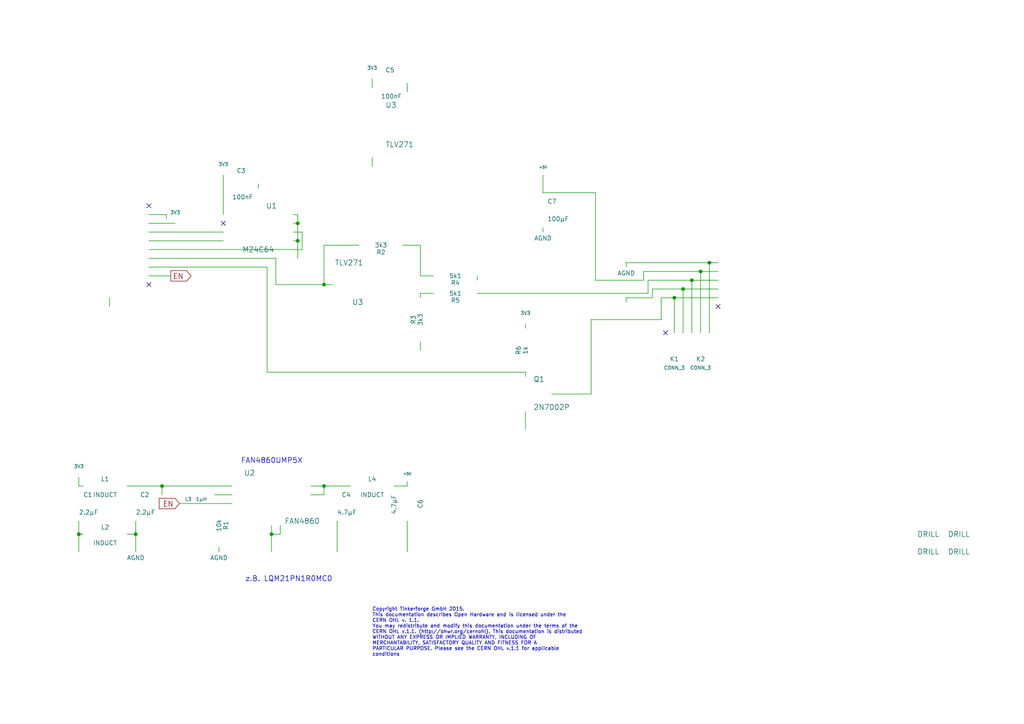
<source format=kicad_sch>
(kicad_sch (version 20230121) (generator eeschema)
  (paper "A4")
  (title_block (title "Ozone") (date "Di 19 Mai 2015") (rev "1.0") (company "Tinkerforge GmbH") (comment 1 "Licensed under CERN OHL v.1.1") (comment 2 "Copyright (©) 2015, B.Nordmeyer <bastian@tinkerforge.com>"))
  (lib_symbols)
  (junction (at 200.66 81.28))
  (junction (at 198.12 83.82))
  (junction (at 86.36 69.85))
  (junction (at 205.74 76.2))
  (junction (at 46.99 140.97))
  (junction (at 39.37 154.94))
  (junction (at 93.98 82.55))
  (junction (at 22.86 154.94))
  (junction (at 86.36 64.77))
  (junction (at 195.58 86.36))
  (junction (at 93.98 140.97))
  (junction (at 203.2 78.74))
  (junction (at 78.74 154.94))
  (no_connect (at 43.18 82.55))
  (no_connect (at 64.77 64.77))
  (no_connect (at 43.18 59.69))
  (no_connect (at 193.04 96.52))
  (no_connect (at 208.28 88.9))
  (wire (pts (xy 43.18 80.01) (xy 49.53 80.01)))
  (wire (pts (xy 46.99 140.97) (xy 46.99 143.51)))
  (wire (pts (xy 191.77 86.36) (xy 195.58 86.36)))
  (wire (pts (xy 191.77 92.71) (xy 171.45 92.71)))
  (wire (pts (xy 186.69 78.74) (xy 203.2 78.74)))
  (wire (pts (xy 36.83 154.94) (xy 39.37 154.94)))
  (wire (pts (xy 205.74 76.2) (xy 208.28 76.2)))
  (wire (pts (xy 118.11 140.97) (xy 114.3 140.97)))
  (wire (pts (xy 87.63 72.39) (xy 43.18 72.39)))
  (wire (pts (xy 152.4 107.95) (xy 77.47 107.95)))
  (wire (pts (xy 93.98 82.55) (xy 96.52 82.55)))
  (wire (pts (xy 31.75 88.9) (xy 31.75 86.36)))
  (wire (pts (xy 187.96 85.09) (xy 187.96 81.28)))
  (wire (pts (xy 86.36 69.85) (xy 85.09 69.85)))
  (wire (pts (xy 87.63 67.31) (xy 87.63 72.39)))
  (wire (pts (xy 121.92 71.12) (xy 116.84 71.12)))
  (wire (pts (xy 186.69 81.28) (xy 172.72 81.28)))
  (wire (pts (xy 43.18 67.31) (xy 64.77 67.31)))
  (wire (pts (xy 93.98 143.51) (xy 93.98 140.97)))
  (wire (pts (xy 74.93 53.34) (xy 74.93 54.61)))
  (wire (pts (xy 121.92 85.09) (xy 121.92 86.36)))
  (wire (pts (xy 189.23 86.36) (xy 181.61 86.36)))
  (wire (pts (xy 189.23 83.82) (xy 189.23 86.36)))
  (wire (pts (xy 157.48 67.31) (xy 157.48 66.04)))
  (wire (pts (xy 22.86 160.02) (xy 22.86 154.94)))
  (wire (pts (xy 64.77 69.85) (xy 43.18 69.85)))
  (wire (pts (xy 22.86 154.94) (xy 22.86 151.13)))
  (wire (pts (xy 121.92 101.6) (xy 121.92 99.06)))
  (wire (pts (xy 93.98 71.12) (xy 93.98 82.55)))
  (wire (pts (xy 97.79 151.13) (xy 97.79 160.02)))
  (wire (pts (xy 118.11 139.7) (xy 118.11 140.97)))
  (wire (pts (xy 63.5 160.02) (xy 63.5 158.75)))
  (wire (pts (xy 85.09 67.31) (xy 87.63 67.31)))
  (wire (pts (xy 172.72 55.88) (xy 157.48 55.88)))
  (wire (pts (xy 78.74 152.4) (xy 78.74 154.94)))
  (wire (pts (xy 195.58 96.52) (xy 195.58 86.36)))
  (wire (pts (xy 189.23 83.82) (xy 198.12 83.82)))
  (wire (pts (xy 90.17 143.51) (xy 93.98 143.51)))
  (wire (pts (xy 181.61 76.2) (xy 205.74 76.2)))
  (wire (pts (xy 205.74 96.52) (xy 205.74 76.2)))
  (wire (pts (xy 203.2 96.52) (xy 203.2 78.74)))
  (wire (pts (xy 152.4 107.95) (xy 152.4 109.22)))
  (wire (pts (xy 22.86 154.94) (xy 24.13 154.94)))
  (wire (pts (xy 39.37 154.94) (xy 39.37 160.02)))
  (wire (pts (xy 121.92 80.01) (xy 121.92 71.12)))
  (wire (pts (xy 81.28 152.4) (xy 81.28 154.94)))
  (wire (pts (xy 181.61 86.36) (xy 181.61 87.63)))
  (wire (pts (xy 48.26 62.23) (xy 48.26 63.5)))
  (wire (pts (xy 36.83 140.97) (xy 46.99 140.97)))
  (wire (pts (xy 80.01 82.55) (xy 93.98 82.55)))
  (wire (pts (xy 107.95 22.86) (xy 107.95 25.4)))
  (wire (pts (xy 200.66 81.28) (xy 208.28 81.28)))
  (wire (pts (xy 78.74 154.94) (xy 78.74 160.02)))
  (wire (pts (xy 80.01 74.93) (xy 80.01 82.55)))
  (wire (pts (xy 172.72 81.28) (xy 172.72 55.88)))
  (wire (pts (xy 138.43 81.28) (xy 138.43 80.01)))
  (wire (pts (xy 152.4 124.46) (xy 152.4 119.38)))
  (wire (pts (xy 90.17 140.97) (xy 93.98 140.97)))
  (wire (pts (xy 181.61 76.2) (xy 181.61 77.47)))
  (wire (pts (xy 80.01 74.93) (xy 43.18 74.93)))
  (wire (pts (xy 77.47 107.95) (xy 77.47 77.47)))
  (wire (pts (xy 191.77 86.36) (xy 191.77 92.71)))
  (wire (pts (xy 46.99 140.97) (xy 67.31 140.97)))
  (wire (pts (xy 104.14 71.12) (xy 93.98 71.12)))
  (wire (pts (xy 24.13 140.97) (xy 22.86 140.97)))
  (wire (pts (xy 118.11 26.67) (xy 118.11 24.13)))
  (wire (pts (xy 157.48 55.88) (xy 157.48 50.8)))
  (wire (pts (xy 118.11 151.13) (xy 118.11 160.02)))
  (wire (pts (xy 22.86 140.97) (xy 22.86 138.43)))
  (wire (pts (xy 195.58 86.36) (xy 208.28 86.36)))
  (wire (pts (xy 125.73 85.09) (xy 121.92 85.09)))
  (wire (pts (xy 198.12 96.52) (xy 198.12 83.82)))
  (wire (pts (xy 39.37 151.13) (xy 39.37 154.94)))
  (wire (pts (xy 64.77 50.8) (xy 64.77 62.23)))
  (wire (pts (xy 198.12 83.82) (xy 208.28 83.82)))
  (wire (pts (xy 171.45 114.3) (xy 160.02 114.3)))
  (wire (pts (xy 125.73 80.01) (xy 121.92 80.01)))
  (wire (pts (xy 138.43 85.09) (xy 187.96 85.09)))
  (wire (pts (xy 107.95 45.72) (xy 107.95 48.26)))
  (wire (pts (xy 81.28 154.94) (xy 78.74 154.94)))
  (wire (pts (xy 187.96 81.28) (xy 200.66 81.28)))
  (wire (pts (xy 203.2 78.74) (xy 208.28 78.74)))
  (wire (pts (xy 86.36 69.85) (xy 86.36 74.93)))
  (wire (pts (xy 62.23 143.51) (xy 67.31 143.51)))
  (wire (pts (xy 43.18 64.77) (xy 50.8 64.77)))
  (wire (pts (xy 43.18 62.23) (xy 48.26 62.23)))
  (wire (pts (xy 152.4 95.25) (xy 152.4 93.98)))
  (wire (pts (xy 85.09 62.23) (xy 86.36 62.23)))
  (wire (pts (xy 86.36 62.23) (xy 86.36 64.77)))
  (wire (pts (xy 85.09 64.77) (xy 86.36 64.77)))
  (wire (pts (xy 86.36 64.77) (xy 86.36 69.85)))
  (wire (pts (xy 93.98 140.97) (xy 101.6 140.97)))
  (wire (pts (xy 77.47 77.47) (xy 43.18 77.47)))
  (wire (pts (xy 52.07 146.05) (xy 67.31 146.05)))
  (wire (pts (xy 171.45 92.71) (xy 171.45 114.3)))
  (wire (pts (xy 186.69 78.74) (xy 186.69 81.28)))
  (wire (pts (xy 200.66 96.52) (xy 200.66 81.28)))
  (text "z.B. LQM21PN1R0MC0" (at 71.12 168.91 0) (effects (font (size 1.524 1.524)) (justify left bottom)))
  (text "Copyright Tinkerforge GmbH 2015.\nThis documentation describes Open Hardware and is licensed under the\nCERN OHL v. 1.1.\nYou may redistribute and modify this documentation under the terms of the\nCERN OHL v.1.1. (http://ohwr.org/cernohl). This documentation is distributed\nWITHOUT ANY EXPRESS OR IMPLIED WARRANTY, INCLUDING OF\nMERCHANTABILITY, SATISFACTORY QUALITY AND FITNESS FOR A\nPARTICULAR PURPOSE. Please see the CERN OHL v.1.1 for applicable\nconditions\n" (at 107.95 190.5 0) (effects (font (size 1.016 1.016)) (justify left bottom)))
  (text "FAN4860UMP5X" (at 69.85 134.62 0) (effects (font (size 1.524 1.524)) (justify left bottom)))
  (global_label "EN" (shape input) (at 52.07 146.05 180) (effects (font (size 1.524 1.524))) (property "Intersheetrefs" "${INTERSHEET_REFS}" (effects hide)))
  (global_label "EN" (shape output) (at 49.53 80.01 0) (effects (font (size 1.524 1.524))) (property "Intersheetrefs" "${INTERSHEET_REFS}" (effects hide)))
  (symbol (lib_id "DRILL") (at 278.13 154.94 0) (unit 1)
    (property "Reference" "U6" (effects hide))
    (property "Value" "DRILL" (at 278.13 154.94 0) (effects (font (size 1.524 1.524))))
    (property "Footprint" "kicad-libraries:DRILL_NP" (effects hide))
  )
  (symbol (lib_id "DRILL") (at 278.13 160.02 0) (unit 1)
    (property "Reference" "U7" (effects hide))
    (property "Value" "DRILL" (at 278.13 160.02 0) (effects (font (size 1.524 1.524))))
    (property "Footprint" "kicad-libraries:DRILL_NP" (effects hide))
  )
  (symbol (lib_id "DRILL") (at 269.24 154.94 0) (unit 1)
    (property "Reference" "U4" (effects hide))
    (property "Value" "DRILL" (at 269.24 154.94 0) (effects (font (size 1.524 1.524))))
    (property "Footprint" "kicad-libraries:DRILL_NP" (effects hide))
  )
  (symbol (lib_id "DRILL") (at 269.24 160.02 0) (unit 1)
    (property "Reference" "U5" (effects hide))
    (property "Value" "DRILL" (at 269.24 160.02 0) (effects (font (size 1.524 1.524))))
    (property "Footprint" "kicad-libraries:DRILL_NP" (effects hide))
  )
  (symbol (lib_id "CON-SENSOR") (at 31.75 71.12 0) (mirror y) (unit 1)
    (property "Reference" "P1" (at 38.1 57.15 0) (effects (font (size 1.524 1.524))))
    (property "Value" "CON-SENSOR" (at 26.67 71.12 90) (effects (font (size 1.524 1.524))))
    (property "Footprint" "kicad-libraries:CON-SENSOR" (effects hide))
  )
  (symbol (lib_id "FAN4860") (at 78.74 143.51 0) (unit 1)
    (property "Reference" "U2" (at 72.39 137.16 0) (effects (font (size 1.524 1.524))))
    (property "Value" "FAN4860" (at 87.63 151.13 0) (effects (font (size 1.524 1.524))))
    (property "Footprint" "kicad-libraries:UMLP_22" (effects hide))
  )
  (symbol (lib_id "INDUCTOR") (at 54.61 143.51 90) (unit 1)
    (property "Reference" "L3" (at 54.61 144.78 90) (effects (font (size 1.016 1.016))))
    (property "Value" "1µH" (at 58.42 144.78 90) (effects (font (size 1.016 1.016))))
    (property "Footprint" "kicad-libraries:0805" (effects hide))
  )
  (symbol (lib_id "C") (at 39.37 146.05 0) (unit 1)
    (property "Reference" "C2" (at 40.64 143.51 0) (effects (justify left)))
    (property "Value" "2.2µF" (at 39.37 148.59 0) (effects (justify left)))
    (property "Footprint" "kicad-libraries:0603" (effects hide))
  )
  (symbol (lib_id "C") (at 97.79 146.05 0) (unit 1)
    (property "Reference" "C4" (at 99.06 143.51 0) (effects (justify left)))
    (property "Value" "4.7µF" (at 97.79 148.59 0) (effects (justify left)))
    (property "Footprint" "kicad-libraries:0805" (effects hide))
  )
  (symbol (lib_id "+5V") (at 118.11 139.7 0) (unit 1)
    (property "Reference" "#PWR01" (effects hide))
    (property "Value" "+5V" (at 118.11 137.414 0) (effects (font (size 0.762 0.762))))
  )
  (symbol (lib_id "3V3") (at 22.86 138.43 0) (unit 1)
    (property "Reference" "#PWR02" (effects hide))
    (property "Value" "3V3" (at 22.86 135.255 0) (effects (font (size 1.016 1.016))))
  )
  (symbol (lib_id "GND") (at 48.26 63.5 0) (unit 1)
    (property "Reference" "#PWR03" (effects hide))
    (property "Value" "GND" (effects hide))
  )
  (symbol (lib_id "3V3") (at 50.8 64.77 0) (unit 1)
    (property "Reference" "#PWR04" (effects hide))
    (property "Value" "3V3" (at 50.8 61.595 0) (effects (font (size 1.016 1.016))))
  )
  (symbol (lib_id "R") (at 63.5 152.4 0) (unit 1)
    (property "Reference" "R1" (at 65.532 152.4 90))
    (property "Value" "10k" (at 63.5 152.4 90))
    (property "Footprint" "kicad-libraries:0603" (effects hide))
  )
  (symbol (lib_id "CAT24C") (at 74.93 72.39 0) (mirror y) (unit 1)
    (property "Reference" "U1" (at 78.74 59.69 0) (effects (font (size 1.524 1.524))))
    (property "Value" "M24C64" (at 74.93 72.39 0) (effects (font (size 1.524 1.524))))
    (property "Footprint" "kicad-libraries:SOIC8" (effects hide))
  )
  (symbol (lib_id "C") (at 69.85 53.34 270) (unit 1)
    (property "Reference" "C3" (at 68.58 49.53 90) (effects (justify left)))
    (property "Value" "100nF" (at 67.31 57.15 90) (effects (justify left)))
    (property "Footprint" "kicad-libraries:0603" (effects hide))
  )
  (symbol (lib_id "GND") (at 74.93 54.61 0) (unit 1)
    (property "Reference" "#PWR05" (effects hide))
    (property "Value" "GND" (effects hide))
  )
  (symbol (lib_id "3V3") (at 64.77 50.8 0) (unit 1)
    (property "Reference" "#PWR06" (effects hide))
    (property "Value" "3V3" (at 64.77 47.625 0) (effects (font (size 1.016 1.016))))
  )
  (symbol (lib_id "GND") (at 86.36 74.93 0) (unit 1)
    (property "Reference" "#PWR07" (effects hide))
    (property "Value" "GND" (effects hide))
  )
  (symbol (lib_id "MOSFET_N") (at 154.94 114.3 0) (mirror y) (unit 1)
    (property "Reference" "Q1" (at 154.686 109.982 0) (effects (font (size 1.524 1.524)) (justify right)))
    (property "Value" "2N7002P" (at 154.686 118.11 0) (effects (font (size 1.524 1.524)) (justify right)))
    (property "Footprint" "kicad-libraries:SOT23GDS" (effects hide))
  )
  (symbol (lib_id "GND") (at 31.75 88.9 0) (unit 1)
    (property "Reference" "#PWR08" (effects hide))
    (property "Value" "GND" (effects hide))
  )
  (symbol (lib_id "TLV271") (at 109.22 82.55 180) (unit 1)
    (property "Reference" "U3" (at 105.41 87.63 0) (effects (font (size 1.524 1.524)) (justify left)))
    (property "Value" "TLV271" (at 105.41 76.2 0) (effects (font (size 1.524 1.524)) (justify left)))
    (property "Footprint" "kicad-libraries:SOT23-5" (effects hide))
  )
  (symbol (lib_id "TLV271") (at 107.95 35.56 0) (unit 2)
    (property "Reference" "U3" (at 111.76 30.48 0) (effects (font (size 1.524 1.524)) (justify left)))
    (property "Value" "TLV271" (at 111.76 41.91 0) (effects (font (size 1.524 1.524)) (justify left)))
    (property "Footprint" "kicad-libraries:SOT23-5" (effects hide))
  )
  (symbol (lib_id "GND") (at 107.95 48.26 0) (unit 1)
    (property "Reference" "#PWR09" (effects hide))
    (property "Value" "GND" (effects hide))
  )
  (symbol (lib_id "3V3") (at 107.95 22.86 0) (unit 1)
    (property "Reference" "#PWR010" (effects hide))
    (property "Value" "3V3" (at 107.95 19.685 0) (effects (font (size 1.016 1.016))))
  )
  (symbol (lib_id "C") (at 113.03 24.13 270) (unit 1)
    (property "Reference" "C5" (at 111.76 20.32 90) (effects (justify left)))
    (property "Value" "100nF" (at 110.49 27.94 90) (effects (justify left)))
    (property "Footprint" "kicad-libraries:0603" (effects hide))
  )
  (symbol (lib_id "GND") (at 118.11 26.67 0) (unit 1)
    (property "Reference" "#PWR011" (effects hide))
    (property "Value" "GND" (effects hide))
  )
  (symbol (lib_id "R") (at 132.08 80.01 270) (unit 1)
    (property "Reference" "R4" (at 132.08 82.042 90))
    (property "Value" "5k1" (at 132.08 80.01 90))
    (property "Footprint" "kicad-libraries:0603" (effects hide))
  )
  (symbol (lib_id "R") (at 132.08 85.09 270) (unit 1)
    (property "Reference" "R5" (at 132.08 87.122 90))
    (property "Value" "5k1" (at 132.08 85.09 90))
    (property "Footprint" "kicad-libraries:0603" (effects hide))
  )
  (symbol (lib_id "R") (at 110.49 71.12 270) (unit 1)
    (property "Reference" "R2" (at 110.49 73.152 90))
    (property "Value" "3k3" (at 110.49 71.12 90))
    (property "Footprint" "kicad-libraries:0603" (effects hide))
  )
  (symbol (lib_id "R") (at 121.92 92.71 180) (unit 1)
    (property "Reference" "R3" (at 119.888 92.71 90))
    (property "Value" "3k3" (at 121.92 92.71 90))
    (property "Footprint" "kicad-libraries:0603" (effects hide))
  )
  (symbol (lib_id "GND") (at 121.92 101.6 0) (unit 1)
    (property "Reference" "#PWR012" (effects hide))
    (property "Value" "GND" (effects hide))
  )
  (symbol (lib_id "CP1") (at 157.48 60.96 0) (unit 1)
    (property "Reference" "C7" (at 158.75 58.42 0) (effects (justify left)))
    (property "Value" "100µF" (at 158.75 63.5 0) (effects (justify left)))
    (property "Footprint" "kicad-libraries:3528-21" (effects hide))
  )
  (symbol (lib_id "CONN_6") (at 217.17 82.55 0) (unit 1)
    (property "Reference" "P2" (at 215.9 82.55 90) (effects (font (size 1.524 1.524))))
    (property "Value" "CONN_6" (at 218.44 82.55 90) (effects (font (size 1.524 1.524))))
    (property "Footprint" "kicad-libraries:pin_array_6x1" (effects hide))
  )
  (symbol (lib_id "GND") (at 138.43 81.28 0) (unit 1)
    (property "Reference" "#PWR013" (effects hide))
    (property "Value" "GND" (effects hide))
  )
  (symbol (lib_id "GND") (at 152.4 124.46 0) (unit 1)
    (property "Reference" "#PWR014" (effects hide))
    (property "Value" "GND" (effects hide))
  )
  (symbol (lib_id "+5V") (at 157.48 50.8 0) (unit 1)
    (property "Reference" "#PWR015" (effects hide))
    (property "Value" "+5V" (at 157.48 48.514 0) (effects (font (size 0.762 0.762))))
  )
  (symbol (lib_id "C") (at 118.11 146.05 180) (unit 1)
    (property "Reference" "C6" (at 121.92 144.78 90) (effects (justify left)))
    (property "Value" "4.7µF" (at 114.3 143.51 90) (effects (justify left)))
    (property "Footprint" "kicad-libraries:0805" (effects hide))
  )
  (symbol (lib_id "INDUCT") (at 107.95 140.97 90) (unit 1)
    (property "Reference" "L4" (at 107.95 138.938 90))
    (property "Value" "INDUCT" (at 107.95 143.51 90))
    (property "Footprint" "kicad-libraries:0603" (effects hide))
  )
  (symbol (lib_id "CONN_3") (at 203.2 105.41 270) (unit 1)
    (property "Reference" "K2" (at 203.2 104.14 90))
    (property "Value" "CONN_3" (at 203.2 106.68 90) (effects (font (size 1.016 1.016))))
    (property "Footprint" "kicad-libraries:9175-003" (effects hide))
  )
  (symbol (lib_id "CONN_3") (at 195.58 105.41 270) (unit 1)
    (property "Reference" "K1" (at 195.58 104.14 90))
    (property "Value" "CONN_3" (at 195.58 106.68 90) (effects (font (size 1.016 1.016))))
    (property "Footprint" "kicad-libraries:9175-003" (effects hide))
  )
  (symbol (lib_id "R") (at 152.4 101.6 180) (unit 1)
    (property "Reference" "R6" (at 150.368 101.6 90))
    (property "Value" "1k" (at 152.4 101.6 90))
    (property "Footprint" "kicad-libraries:0603" (effects hide))
  )
  (symbol (lib_id "3V3") (at 152.4 93.98 0) (unit 1)
    (property "Reference" "#PWR016" (effects hide))
    (property "Value" "3V3" (at 152.4 90.805 0) (effects (font (size 1.016 1.016))))
  )
  (symbol (lib_id "AGND") (at 181.61 77.47 0) (unit 1)
    (property "Reference" "#PWR017" (effects hide))
    (property "Value" "AGND" (at 181.61 79.248 0))
  )
  (symbol (lib_id "AGND") (at 118.11 160.02 0) (unit 1)
    (property "Reference" "#PWR018" (effects hide))
    (property "Value" "AGND" (at 118.11 161.798 0))
  )
  (symbol (lib_id "AGND") (at 157.48 67.31 0) (unit 1)
    (property "Reference" "#PWR019" (effects hide))
    (property "Value" "AGND" (at 157.48 69.088 0))
  )
  (symbol (lib_id "AGND") (at 78.74 160.02 0) (unit 1)
    (property "Reference" "#PWR020" (effects hide))
    (property "Value" "AGND" (at 78.74 161.798 0))
  )
  (symbol (lib_id "AGND") (at 63.5 160.02 0) (unit 1)
    (property "Reference" "#PWR021" (effects hide))
    (property "Value" "AGND" (at 63.5 161.798 0))
  )
  (symbol (lib_id "AGND") (at 39.37 160.02 0) (unit 1)
    (property "Reference" "#PWR022" (effects hide))
    (property "Value" "AGND" (at 39.37 161.798 0))
  )
  (symbol (lib_id "AGND") (at 97.79 160.02 0) (unit 1)
    (property "Reference" "#PWR023" (effects hide))
    (property "Value" "AGND" (at 97.79 161.798 0))
  )
  (symbol (lib_id "GND") (at 181.61 87.63 0) (unit 1)
    (property "Reference" "#PWR024" (effects hide))
    (property "Value" "GND" (effects hide))
  )
  (symbol (lib_id "INDUCT") (at 30.48 140.97 90) (unit 1)
    (property "Reference" "L1" (at 30.48 138.938 90))
    (property "Value" "INDUCT" (at 30.48 143.51 90))
    (property "Footprint" "kicad-libraries:0603" (effects hide))
  )
  (symbol (lib_id "C") (at 22.86 146.05 0) (unit 1)
    (property "Reference" "C1" (at 24.13 143.51 0) (effects (justify left)))
    (property "Value" "2.2µF" (at 22.86 148.59 0) (effects (justify left)))
    (property "Footprint" "kicad-libraries:0603" (effects hide))
  )
  (symbol (lib_id "INDUCT") (at 30.48 154.94 90) (unit 1)
    (property "Reference" "L2" (at 30.48 152.908 90))
    (property "Value" "INDUCT" (at 30.48 157.48 90))
    (property "Footprint" "kicad-libraries:0603" (effects hide))
  )
  (symbol (lib_id "GND") (at 22.86 160.02 0) (unit 1)
    (property "Reference" "#PWR025" (effects hide))
    (property "Value" "GND" (effects hide))
  )
)
</source>
